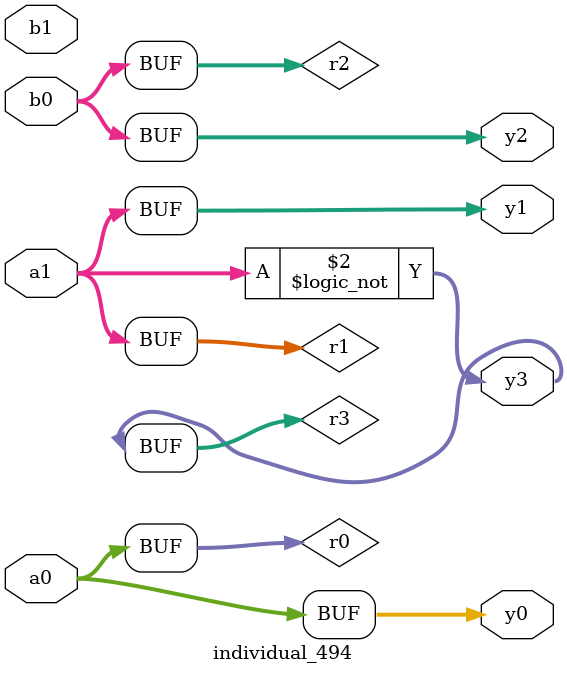
<source format=sv>
module individual_494(input logic [15:0] a1, input logic [15:0] a0, input logic [15:0] b1, input logic [15:0] b0, output logic [15:0] y3, output logic [15:0] y2, output logic [15:0] y1, output logic [15:0] y0);
logic [15:0] r0, r1, r2, r3; 
 always@(*) begin 
	 r0 = a0; r1 = a1; r2 = b0; r3 = b1; 
 	 r3 = ! r1 ;
 	 y3 = r3; y2 = r2; y1 = r1; y0 = r0; 
end
endmodule
</source>
